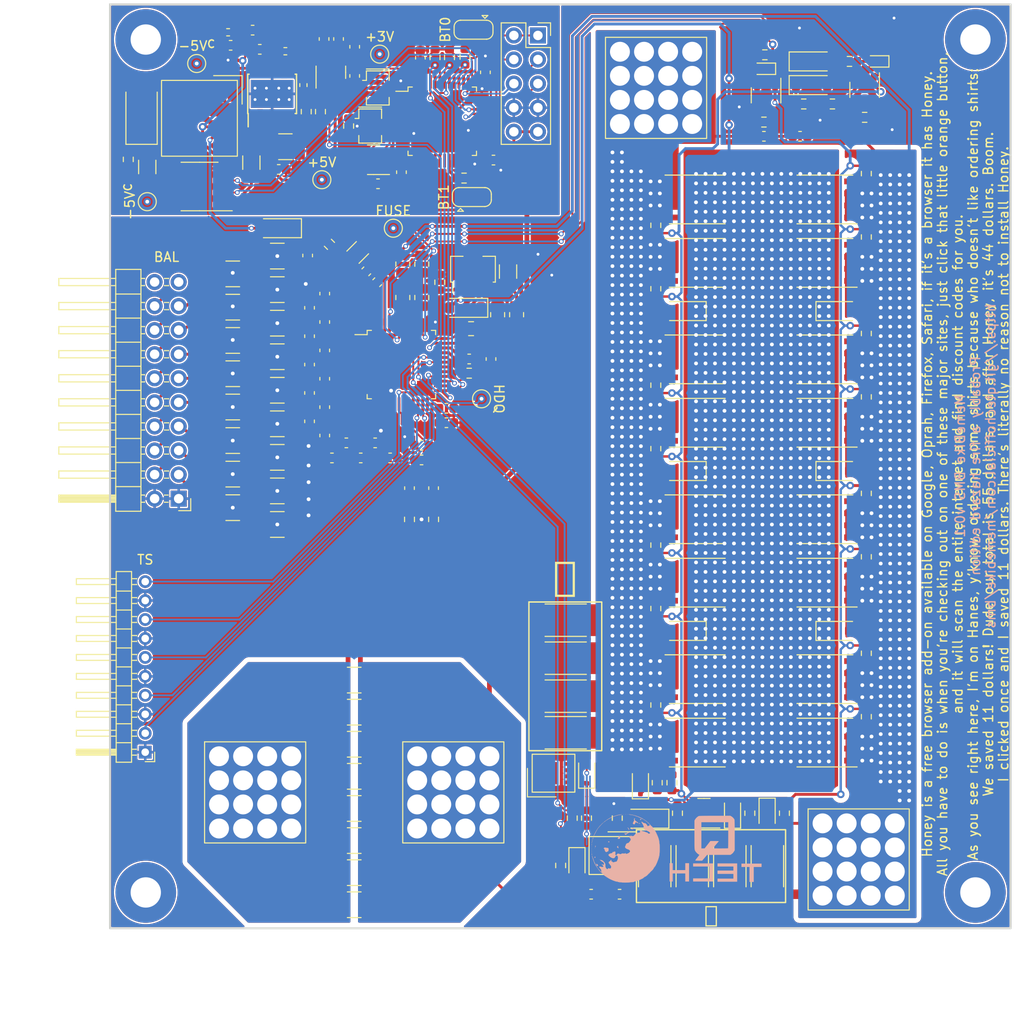
<source format=kicad_pcb>
(kicad_pcb (version 20221018) (generator pcbnew)

  (general
    (thickness 1.6)
  )

  (paper "A4")
  (layers
    (0 "F.Cu" signal)
    (31 "B.Cu" signal)
    (32 "B.Adhes" user "B.Adhesive")
    (33 "F.Adhes" user "F.Adhesive")
    (34 "B.Paste" user)
    (35 "F.Paste" user)
    (36 "B.SilkS" user "B.Silkscreen")
    (37 "F.SilkS" user "F.Silkscreen")
    (38 "B.Mask" user)
    (39 "F.Mask" user)
    (40 "Dwgs.User" user "User.Drawings")
    (41 "Cmts.User" user "User.Comments")
    (42 "Eco1.User" user "User.Eco1")
    (43 "Eco2.User" user "User.Eco2")
    (44 "Edge.Cuts" user)
    (45 "Margin" user)
    (46 "B.CrtYd" user "B.Courtyard")
    (47 "F.CrtYd" user "F.Courtyard")
    (48 "B.Fab" user)
    (49 "F.Fab" user)
    (50 "User.1" user)
    (51 "User.2" user)
    (52 "User.3" user)
    (53 "User.4" user)
    (54 "User.5" user)
    (55 "User.6" user)
    (56 "User.7" user)
    (57 "User.8" user)
    (58 "User.9" user)
  )

  (setup
    (stackup
      (layer "F.SilkS" (type "Top Silk Screen") (color "White"))
      (layer "F.Paste" (type "Top Solder Paste"))
      (layer "F.Mask" (type "Top Solder Mask") (color "Purple") (thickness 0.01))
      (layer "F.Cu" (type "copper") (thickness 0.035))
      (layer "dielectric 1" (type "core") (thickness 1.51) (material "FR4") (epsilon_r 4.5) (loss_tangent 0.02))
      (layer "B.Cu" (type "copper") (thickness 0.035))
      (layer "B.Mask" (type "Bottom Solder Mask") (color "Purple") (thickness 0.01))
      (layer "B.Paste" (type "Bottom Solder Paste"))
      (layer "B.SilkS" (type "Bottom Silk Screen") (color "White"))
      (copper_finish "None")
      (dielectric_constraints no)
    )
    (pad_to_mask_clearance 0)
    (grid_origin 82.365773 0)
    (pcbplotparams
      (layerselection 0x00010fc_ffffffff)
      (plot_on_all_layers_selection 0x0000000_00000000)
      (disableapertmacros false)
      (usegerberextensions false)
      (usegerberattributes true)
      (usegerberadvancedattributes true)
      (creategerberjobfile true)
      (dashed_line_dash_ratio 12.000000)
      (dashed_line_gap_ratio 3.000000)
      (svgprecision 6)
      (plotframeref false)
      (viasonmask false)
      (mode 1)
      (useauxorigin false)
      (hpglpennumber 1)
      (hpglpenspeed 20)
      (hpglpendiameter 15.000000)
      (dxfpolygonmode true)
      (dxfimperialunits true)
      (dxfusepcbnewfont true)
      (psnegative false)
      (psa4output false)
      (plotreference true)
      (plotvalue true)
      (plotinvisibletext false)
      (sketchpadsonfab false)
      (subtractmaskfromsilk false)
      (outputformat 1)
      (mirror false)
      (drillshape 1)
      (scaleselection 1)
      (outputdirectory "")
    )
  )

  (net 0 "")
  (net 1 "/Protector/BAT")
  (net 2 "/Protector/CP1")
  (net 3 "/Protector/VC0")
  (net 4 "/Protector/VC15")
  (net 5 "/Protector/VC14")
  (net 6 "/Protector/VC13")
  (net 7 "/Protector/VC12")
  (net 8 "/Protector/VC11")
  (net 9 "/Protector/VC10")
  (net 10 "/Protector/VC9")
  (net 11 "/Protector/VC8")
  (net 12 "/Protector/VC7")
  (net 13 "/Protector/VC6")
  (net 14 "/Protector/VC5")
  (net 15 "/Protector/VC4")
  (net 16 "/Protector/VC3")
  (net 17 "Net-(C31-Pad2)")
  (net 18 "/Protector/VC2")
  (net 19 "/Protector/VC1")
  (net 20 "/Protector/REGIN")
  (net 21 "/5VReg_EN")
  (net 22 "/Protector/SRP")
  (net 23 "/Protector/SRN")
  (net 24 "+BATT")
  (net 25 "Net-(U1-REG18)")
  (net 26 "Net-(D1-K)")
  (net 27 "Net-(D2-K)")
  (net 28 "/Protector/VC16")
  (net 29 "/High Side Fets/PACK+")
  (net 30 "/Protector/REG2")
  (net 31 "/High Side Fets/CD")
  (net 32 "/VC15")
  (net 33 "/High Side Fets/Cgate")
  (net 34 "Net-(Q8-G)")
  (net 35 "Net-(Q9-G)")
  (net 36 "Net-(Q10-G)")
  (net 37 "Net-(Q11-G)")
  (net 38 "Net-(Q12-G)")
  (net 39 "Net-(Q13-G)")
  (net 40 "Net-(Q14-G)")
  (net 41 "Net-(D3-A)")
  (net 42 "/High Side Fets/Dgate")
  (net 43 "Net-(C36-Pad2)")
  (net 44 "/SDA")
  (net 45 "/SCL")
  (net 46 "Net-(Q16-G)")
  (net 47 "Net-(Q17-G)")
  (net 48 "Net-(Q18-G)")
  (net 49 "Net-(D5-A)")
  (net 50 "Net-(Q19-G)")
  (net 51 "Net-(Q20-G)")
  (net 52 "Net-(Q21-G)")
  (net 53 "Net-(Q22-G)")
  (net 54 "Net-(Q23-G)")
  (net 55 "/High Side Fets/DSG")
  (net 56 "/High Side Fets/CHG")
  (net 57 "Net-(R5-Pad1)")
  (net 58 "Net-(U1-RST_SHUT)")
  (net 59 "/MCU/OSC32_IN")
  (net 60 "/MCU/OSC32_OUT")
  (net 61 "unconnected-(U1-NC-Pad19)")
  (net 62 "Net-(D7-K)")
  (net 63 "/Protector/BREG")
  (net 64 "Net-(Q2-C)")
  (net 65 "Net-(Q3-C)")
  (net 66 "Net-(Q4-G)")
  (net 67 "GND1")
  (net 68 "Net-(R62-Pad1)")
  (net 69 "Net-(R65-Pad1)")
  (net 70 "/Protector/LD")
  (net 71 "unconnected-(U1-NC-Pad44)")
  (net 72 "Net-(R67-Pad1)")
  (net 73 "/VC10")
  (net 74 "/VC5")
  (net 75 "GND")
  (net 76 "/VC14")
  (net 77 "/VC13")
  (net 78 "/VC12")
  (net 79 "/VC11")
  (net 80 "/VC9")
  (net 81 "/VC8")
  (net 82 "/VC7")
  (net 83 "/VC6")
  (net 84 "/VC1")
  (net 85 "/VC2")
  (net 86 "/VC3")
  (net 87 "/VC4")
  (net 88 "/MCU/OSC_IN")
  (net 89 "/MCU/OSC_OUT")
  (net 90 "/MCU/~{RST}")
  (net 91 "/MCU/BOOT1")
  (net 92 "/MCU/SWDIO")
  (net 93 "+3.3V")
  (net 94 "/MCU/SWCLK")
  (net 95 "/Protector/PACK")
  (net 96 "/MCU/BOOT0")
  (net 97 "unconnected-(U3E-V_{BAT}-Pad1)")
  (net 98 "unconnected-(U3C-PC13-Pad2)")
  (net 99 "Net-(U8-EN{slash}UVLO)")
  (net 100 "+5V")
  (net 101 "Net-(U8-RT)")
  (net 102 "Net-(U8-FB)")
  (net 103 "unconnected-(U8-PGOOD-Pad6)")
  (net 104 "unconnected-(U3A-PA0-Pad10)")
  (net 105 "unconnected-(U3A-PA1-Pad11)")
  (net 106 "unconnected-(U3A-PA2-Pad12)")
  (net 107 "unconnected-(U3A-PA3-Pad13)")
  (net 108 "unconnected-(U3A-PA4-Pad14)")
  (net 109 "unconnected-(U3A-PA5-Pad15)")
  (net 110 "unconnected-(U3A-PA6-Pad16)")
  (net 111 "unconnected-(U3A-PA7-Pad17)")
  (net 112 "unconnected-(U3B-PB0-Pad18)")
  (net 113 "unconnected-(U3B-PB1-Pad19)")
  (net 114 "unconnected-(U3B-PB10-Pad21)")
  (net 115 "unconnected-(U3B-PB11-Pad22)")
  (net 116 "unconnected-(U3B-PB12-Pad25)")
  (net 117 "unconnected-(U3B-PB13-Pad26)")
  (net 118 "unconnected-(U3B-PB14-Pad27)")
  (net 119 "unconnected-(U3B-PB15-Pad28)")
  (net 120 "unconnected-(U3A-PA8-Pad29)")
  (net 121 "unconnected-(U3A-PA15-Pad38)")
  (net 122 "unconnected-(U3B-PB3-Pad39)")
  (net 123 "unconnected-(U3B-PB4-Pad40)")
  (net 124 "unconnected-(U3B-PB5-Pad41)")
  (net 125 "unconnected-(U3B-PB9-Pad46)")
  (net 126 "/ALERT")
  (net 127 "/Protector/HDQ")
  (net 128 "/MCU/CAN_RX")
  (net 129 "/MCU/CAN_TX")
  (net 130 "-5V_{CAN}")
  (net 131 "/MCU/CAN_L")
  (net 132 "/MCU/CAN_H")
  (net 133 "+5V_{CAN}")
  (net 134 "Net-(J2-C)")
  (net 135 "/High Side Fets/PDSG")
  (net 136 "Net-(Q1-G)")
  (net 137 "Net-(Q1-D)")
  (net 138 "/High Side Fets/PCHG")
  (net 139 "Net-(Q7-G)")
  (net 140 "Net-(Q7-D)")
  (net 141 "Net-(U8-BST)")
  (net 142 "Net-(U8-SW)")
  (net 143 "Net-(D8-A)")
  (net 144 "Net-(Q5-C)")
  (net 145 "Net-(C55-Pad2)")
  (net 146 "Net-(D9-A)")
  (net 147 "Net-(Q24-G)")
  (net 148 "/High Side Fets/BATT+")
  (net 149 "/Sense Resistor/BATT-")
  (net 150 "/Sense Resistor/PACK-")
  (net 151 "Net-(J7-C)")
  (net 152 "Net-(U1-FUSE)")
  (net 153 "Net-(J8-Pin_1)")
  (net 154 "/MCU/UART_RX")
  (net 155 "/MCU/UART_TX")
  (net 156 "Net-(J8-Pin_10)")
  (net 157 "/Sense Resistor/SRRP")
  (net 158 "/Sense Resistor/SRRN")
  (net 159 "/TS1")
  (net 160 "/TS2")
  (net 161 "/TS3")
  (net 162 "/TS5")
  (net 163 "/TS4")
  (net 164 "unconnected-(J10-Pin_19-Pad19)")
  (net 165 "unconnected-(J10-Pin_20-Pad20)")

  (footprint "qtech:MLPAK33" (layer "F.Cu") (at 66.398273 163.595 -90))

  (footprint "Resistor_SMD:R_2512_6332Metric" (layer "F.Cu") (at 75.033363 164.7175 90))

  (footprint "Capacitor_SMD:C_0603_1608Metric" (layer "F.Cu") (at 34.468273 100.28 -90))

  (footprint "Resistor_SMD:R_0603_1608Metric" (layer "F.Cu") (at 73.472439 159.13 90))

  (footprint "Capacitor_SMD:C_0603_1608Metric" (layer "F.Cu") (at 43.168273 121.64))

  (footprint "Resistor_SMD:R_1210_3225Metric" (layer "F.Cu") (at 31.268273 103.88 180))

  (footprint "Resistor_SMD:R_0805_2012Metric" (layer "F.Cu") (at 56.505773 106.525 -90))

  (footprint "Resistor_SMD:R_0603_1608Metric" (layer "F.Cu") (at 50.965773 92.11))

  (footprint "Resistor_SMD:R_2512_6332Metric" (layer "F.Cu") (at 82.953185 164.7175 90))

  (footprint "Resistor_SMD:R_0603_1608Metric" (layer "F.Cu") (at 93.392526 91.634331 90))

  (footprint "Resistor_SMD:R_0603_1608Metric" (layer "F.Cu") (at 71.18902 130.840043 90))

  (footprint "Resistor_SMD:R_0603_1608Metric" (layer "F.Cu") (at 93.392526 108.507187 90))

  (footprint "Diode_SMD:D_SOD-323F" (layer "F.Cu") (at 63.900773 154.8825 90))

  (footprint "Resistor_SMD:R_0805_2012Metric" (layer "F.Cu") (at 46.505773 104.7125 90))

  (footprint "Capacitor_SMD:C_1206_3216Metric" (layer "F.Cu") (at 28.531773 90.4798 90))

  (footprint "Diode_SMD:D_SOD-123F" (layer "F.Cu") (at 74.290773 139.891947 180))

  (footprint "NetTie:NetTie-2_SMD_Pad0.5mm" (layer "F.Cu") (at 38.730272 143.011066 -90))

  (footprint "MountingHole:MountingHole_3.2mm_M3_Pad" (layer "F.Cu") (at 17.395773 77.49))

  (footprint "Resistor_SMD:R_0603_1608Metric" (layer "F.Cu") (at 71.18902 103.785283 90))

  (footprint "Capacitor_SMD:C_0603_1608Metric" (layer "F.Cu") (at 49.105773 117.924 180))

  (footprint "Capacitor_SMD:C_0603_1608Metric" (layer "F.Cu") (at 53.215773 80.95 90))

  (footprint "Resistor_SMD:R_0603_1608Metric" (layer "F.Cu") (at 51.065773 79.335 90))

  (footprint "NetTie:NetTie-2_SMD_Pad0.5mm" (layer "F.Cu") (at 40.030273 142.9825 -90))

  (footprint "Package_TO_SOT_SMD:SOT-23-3" (layer "F.Cu") (at 82.815773 83.375 -90))

  (footprint "TestPoint:TestPoint_Pad_D1.5mm" (layer "F.Cu") (at 22.765773 80.02))

  (footprint "Package_SO:TI_SO-PowerPAD-8_ThermalVias" (layer "F.Cu") (at 30.720773 83.223 90))

  (footprint "Resistor_SMD:R_1210_3225Metric" (layer "F.Cu") (at 31.268273 125.12 180))

  (footprint "Capacitor_SMD:C_0603_1608Metric" (layer "F.Cu") (at 34.668273 117.77826 -90))

  (footprint "qtech:WP-BUFU" (layer "F.Cu") (at 92.585773 164.01))

  (footprint "Capacitor_SMD:C_1206_3216Metric" (layer "F.Cu") (at 55.605773 101.975 -90))

  (footprint "Resistor_SMD:R_2512_6332Metric" (layer "F.Cu") (at 61.685773 142.769734))

  (footprint "Capacitor_SMD:C_0603_1608Metric" (layer "F.Cu") (at 49.105773 116.4 180))

  (footprint "Capacitor_SMD:C_0603_1608Metric" (layer "F.Cu") (at 51.505773 111.2 180))

  (footprint "Resistor_SMD:R_1210_3225Metric" (layer "F.Cu") (at 39.380273 155.238871 180))

  (footprint "Resistor_SMD:R_0603_1608Metric" (layer "F.Cu") (at 81.104937 159.13 90))

  (footprint "Crystal:Resonator_SMD_Murata_CSTxExxV-3Pin_3.0x1.1mm" (layer "F.Cu") (at 41.865773 82.6 -90))

  (footprint "Resistor_SMD:R_0603_1608Metric" (layer "F.Cu") (at 45.210773 128.125 -90))

  (footprint "Capacitor_SMD:C_1210_3225Metric" (layer "F.Cu") (at 32.120773 88.8))

  (footprint "Resistor_SMD:R_2512_6332Metric" (layer "F.Cu") (at 78.993273 164.7175 90))

  (footprint "Capacitor_SMD:C_0603_1608Metric" (layer "F.Cu") (at 28.665773 76.5))

  (footprint "Resistor_SMD:R_0402_1005Metric" (layer "F.Cu") (at 32.115773 78.723))

  (footprint "Diode_SMD:D_SOD-123F" (layer "F.Cu") (at 90.290773 139.891947))

  (footprint "Capacitor_SMD:C_0603_1608Metric" (layer "F.Cu") (at 38.549523 120.05076))

  (footprint "Capacitor_SMD:C_0603_1608Metric" (layer "F.Cu") (at 26.345773 78.1))

  (footprint "Resistor_SMD:R_0603_1608Metric" (layer "F.Cu") (at 84.753273 159.13 -90))

  (footprint "Diode_SMD:D_SOD-123F" (layer "F.Cu") (at 74.290773 123.019091 180))

  (footprint "Resistor_SMD:R_1210_3225Metric" (layer "F.Cu") (at 26.568273 116.268 180))

  (footprint "qtech:PowerPAK_SO-8_Single" (layer "F.Cu") (at 75.560773 101.055283))

  (footprint "Resistor_SMD:R_0805_2012Metric" (layer "F.Cu") (at 44.505773 104.7125 90))

  (footprint "Resistor_SMD:R_1210_3225Metric" (layer "F.Cu") (at 39.380273 165.4025 180))

  (footprint "Capacitor_SMD:C_0603_1608Metric" (layer "F.Cu") (at 39.428273 81.3305 -90))

  (footprint "Resistor_SMD:R_0603_1608Metric" (layer "F.Cu")
    (tstamp 3a600553-b2a9-4f57-8111-f24fcbf7350b)
    (at 82.690773 79.1 180)
    (descr "Resistor SMD 0603 (1608 Metric), square (rectangular) end terminal, IPC_7351 nominal, (Body size source: IPC-SM-782 page 72, https://www.pcb-3d.com/wordpress/wp-content/uploads/ipc-sm-782a_amendment_1_and_2.pdf), generated with kicad-footprint-generator")
    (tags "resistor")
    (property "Mouser" "https://www.mouser.com/ProductDetail/Vishay-Dale/CRCW06031K00FKEC?qs=sGAEpiMZZMtlubZbdhIBIO43cdRDMqnZdC%2FvLADwXWY%3D")
    (property "Part Number" "CRCW06031K00FKEC")
    (property "Rating" "100mW")
    (property "Sheetfile" "high_side.kicad_sch")
    (property "Sheetname" "High Side Fets")
    (property "ki_description" "Resistor")
    (property "ki_keywords" "R res resistor")
    (path "/8969b66e-8e86-47b7-b7d0-31d594820f7e/993702d0-58ce-4ca3-adec-1e92c7f7bb9a")
    (attr smd)
    (fp_text reference "R40" (at 0 -1.43) (layer "F.SilkS") hide
        (effects (font (size 1 1) (thickness 0
... [2088356 chars truncated]
</source>
